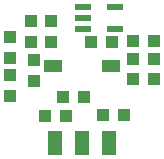
<source format=gbr>
G04 EasyPC Gerber Version 20.0.2 Build 4112 *
G04 #@! TF.Part,Single*
G04 #@! TF.FileFunction,Soldermask,Top *
%FSLAX25Y25*%
%MOIN*%
G04 #@! TA.AperFunction,SMDPad*
%ADD18R,0.05200X0.02200*%
%ADD14R,0.03937X0.04291*%
%ADD12R,0.03940X0.04330*%
%ADD17R,0.04291X0.03937*%
%ADD13R,0.05906X0.03937*%
%ADD15R,0.04330X0.03940*%
%ADD16R,0.05000X0.08000*%
X0Y0D02*
D02*
D12*
X34400Y41050D03*
X38700Y16750D03*
X41400Y41050D03*
X45700Y16750D03*
X48500Y28950D03*
Y35450D03*
X48600Y41450D03*
X55500Y28950D03*
Y35450D03*
X55600Y41450D03*
D02*
D13*
X21903Y33046D03*
X41103D03*
D02*
D14*
X7500Y35950D03*
Y42950D03*
X7600Y23250D03*
Y30250D03*
X15400Y28350D03*
Y35350D03*
D02*
D15*
X14600Y41150D03*
Y48150D03*
X21300Y41150D03*
Y48150D03*
D02*
D16*
X22600Y7550D03*
X31400Y7450D03*
X40500Y7650D03*
D02*
D17*
X19300Y16550D03*
X25300Y22750D03*
X26300Y16550D03*
X32300Y22750D03*
D02*
D18*
X31801Y45410D03*
Y49150D03*
Y52890D03*
X42599Y45410D03*
Y52890D03*
X0Y0D02*
M02*

</source>
